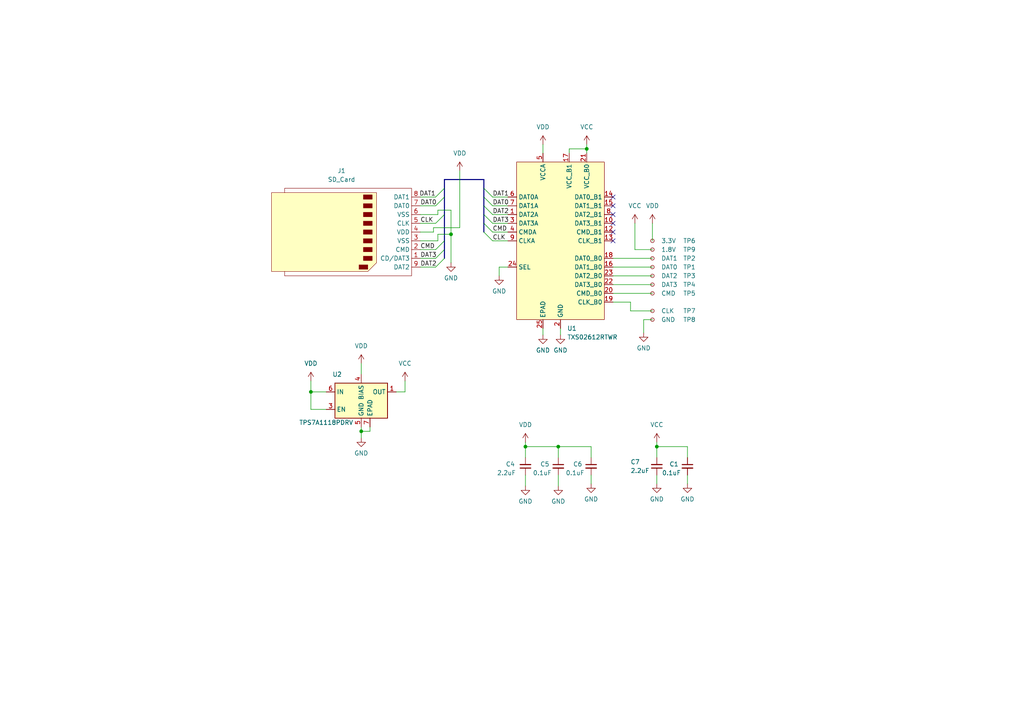
<source format=kicad_sch>
(kicad_sch (version 20230121) (generator eeschema)
  (paper "A4")
  (title_block (title "SeeMMC") (date "2023-07-01") (rev "A") (comment 1 "By: TiZed"))
  (lib_symbols
    (symbol "Connector:SD_Card"
      (property "Reference" "J" (at -16.51 13.97 0))
      (property "Value" "SD_Card" (at 15.24 -13.97 0))
      (symbol "SD_Card_1_1"
        (rectangle (start -8.89 -9.525) (end -6.35 -10.795) (stroke (width 0.127)) (fill (type color) (color 132 0 0 1)))
        (rectangle (start -8.89 -6.985) (end -6.35 -8.255) (stroke (width 0.127)) (fill (type color) (color 132 0 0 1)))
        (rectangle (start -8.89 -4.445) (end -6.35 -5.715) (stroke (width 0.127)) (fill (type color) (color 132 0 0 1)))
        (rectangle (start -8.89 -1.905) (end -6.35 -3.175) (stroke (width 0.127)) (fill (type color) (color 132 0 0 1)))
        (rectangle (start -8.89 0.635) (end -6.35 -0.635) (stroke (width 0.127)) (fill (type color) (color 132 0 0 1)))
        (rectangle (start -8.89 3.175) (end -6.35 1.905) (stroke (width 0.127)) (fill (type color) (color 132 0 0 1)))
        (rectangle (start -8.89 5.715) (end -6.35 4.445) (stroke (width 0.127)) (fill (type color) (color 132 0 0 1)))
        (rectangle (start -8.89 8.255) (end -6.35 6.985) (stroke (width 0.127)) (fill (type color) (color 132 0 0 1)))
        (rectangle (start -7.62 10.795) (end -5.08 9.525) (stroke (width 0.127)) (fill (type color) (color 132 0 0 1)))
        (polyline (pts (xy -10.16 8.89) (xy -7.62 11.43) (xy 20.32 11.43) (xy 20.32 -11.43) (xy -10.16 -11.43) (xy -10.16 8.89)) (stroke (width 0.127)) (fill (type background)))
        (polyline (pts (xy 16.51 11.43) (xy 16.51 12.7) (xy -20.32 12.7) (xy -20.32 -12.7) (xy 16.51 -12.7) (xy 16.51 -11.43)) (stroke (width 0.127)))
        (pin input line (at -22.86 7.62 0) (length 2.54) (name "CD/DAT3") (number "1"))
        (pin input line (at -22.86 5.08 0) (length 2.54) (name "CMD") (number "2"))
        (pin power_in line (at -22.86 2.54 0) (length 2.54) (name "VSS") (number "3"))
        (pin power_in line (at -22.86 0 0) (length 2.54) (name "VDD") (number "4"))
        (pin input line (at -22.86 -2.54 0) (length 2.54) (name "CLK") (number "5"))
        (pin power_in line (at -22.86 -5.08 0) (length 2.54) (name "VSS") (number "6"))
        (pin input line (at -22.86 -7.62 0) (length 2.54) (name "DAT0") (number "7"))
        (pin input line (at -22.86 -10.16 0) (length 2.54) (name "DAT1") (number "8"))
        (pin input line (at -22.86 10.16 0) (length 2.54) (name "DAT2") (number "9"))
      )
    )
    (symbol "Connector:TestPoint_Small" (pin_numbers hide) (pin_names (offset 0.762) hide)
      (property "Reference" "TP" (at 0 3.81 0))
      (property "Value" "TestPoint_Small" (at 0 2.032 0))
      (symbol "TestPoint_Small_0_1"
        (circle (center 0 0) (radius 0.508))
      )
      (symbol "TestPoint_Small_1_1"
        (pin passive line (at 0 0 90) (length 0) (name "1") (number "1"))
      )
    )
    (symbol "Device:C_Small" (pin_numbers hide) (pin_names (offset 0.254) hide)
      (property "Reference" "C" (at 0.254 1.778 0))
      (property "Value" "C_Small" (at 0.254 -2.032 0))
      (symbol "C_Small_0_1"
        (polyline (pts (xy -1.524 -0.508) (xy 1.524 -0.508)) (stroke (width 0.3302)))
        (polyline (pts (xy -1.524 0.508) (xy 1.524 0.508)) (stroke (width 0.3048)))
      )
      (symbol "C_Small_1_1"
        (pin passive line (at 0 2.54 270) (length 2.032) (name "~") (number "1"))
        (pin passive line (at 0 -2.54 90) (length 2.032) (name "~") (number "2"))
      )
    )
    (symbol "Logic_LevelTranslator:TXS02612RTWR"
      (property "Reference" "U" (at -11.43 24.13 0))
      (property "Value" "TXS02612RTWR" (at 8.89 -24.13 0))
      (symbol "TXS02612RTWR_1_1"
        (rectangle (start -12.7 22.86) (end 12.7 -22.86) (fill (type background)))
        (pin bidirectional line (at -15.24 7.62 0) (length 2.54) (name "DAT2A") (number "1"))
        (pin bidirectional line (at 15.24 5.08 180) (length 2.54) (name "DAT3_B1") (number "10"))
        (pin passive line (at 0 -25.4 90) (length 2.54) hide (name "GND") (number "11"))
        (pin bidirectional line (at 15.24 2.54 180) (length 2.54) (name "CMD_B1") (number "12"))
        (pin output line (at 15.24 0 180) (length 2.54) (name "CLK_B1") (number "13"))
        (pin bidirectional line (at 15.24 12.7 180) (length 2.54) (name "DAT0_B1") (number "14"))
        (pin bidirectional line (at 15.24 10.16 180) (length 2.54) (name "DAT1_B1") (number "15"))
        (pin bidirectional line (at 15.24 -7.62 180) (length 2.54) (name "DAT1_B0") (number "16"))
        (pin power_in line (at 2.54 25.4 270) (length 2.54) (name "VCC_B1") (number "17"))
        (pin bidirectional line (at 15.24 -5.08 180) (length 2.54) (name "DAT0_B0") (number "18"))
        (pin output line (at 15.24 -17.78 180) (length 2.54) (name "CLK_B0") (number "19"))
        (pin power_in line (at 0 -25.4 90) (length 2.54) (name "GND") (number "2"))
        (pin bidirectional line (at 15.24 -15.24 180) (length 2.54) (name "CMD_B0") (number "20"))
        (pin power_in line (at 7.62 25.4 270) (length 2.54) (name "VCC_B0") (number "21"))
        (pin bidirectional line (at 15.24 -12.7 180) (length 2.54) (name "DAT3_B0") (number "22"))
        (pin bidirectional line (at 15.24 -10.16 180) (length 2.54) (name "DAT2_B0") (number "23"))
        (pin input line (at -15.24 -7.62 0) (length 2.54) (name "SEL") (number "24"))
        (pin passive line (at -5.08 -25.4 90) (length 2.54) (name "EPAD") (number "25"))
        (pin bidirectional line (at -15.24 5.08 0) (length 2.54) (name "DAT3A") (number "3"))
        (pin bidirectional line (at -15.24 2.54 0) (length 2.54) (name "CMDA") (number "4"))
        (pin power_in line (at -5.08 25.4 270) (length 2.54) (name "VCCA") (number "5"))
        (pin bidirectional line (at -15.24 12.7 0) (length 2.54) (name "DAT0A") (number "6"))
        (pin bidirectional line (at -15.24 10.16 0) (length 2.54) (name "DAT1A") (number "7"))
        (pin bidirectional line (at 15.24 7.62 180) (length 2.54) (name "DAT2_B1") (number "8"))
        (pin input line (at -15.24 0 0) (length 2.54) (name "CLKA") (number "9"))
      )
    )
    (symbol "Regulator_Linear:TPS7A1118PDRV"
      (property "Reference" "U" (at -7.62 8.89 0))
      (property "Value" "TPS7A1118PDRV" (at 5.08 8.89 0))
      (symbol "TPS7A1118PDRV_0_1"
        (rectangle (start -7.62 5.08) (end 7.62 -5.08) (stroke (width 0.254)) (fill (type background)))
      )
      (symbol "TPS7A1118PDRV_1_1"
        (pin power_out line (at 10.16 2.54 180) (length 2.54) (name "OUT") (number "1"))
        (pin no_connect line (at 10.16 -2.54 180) (length 2.54) hide (name "NC") (number "2"))
        (pin input line (at -10.16 -2.54 0) (length 2.54) (name "EN") (number "3"))
        (pin input line (at 0 7.62 270) (length 2.54) (name "BIAS") (number "4"))
        (pin power_in line (at 0 -7.62 90) (length 2.54) (name "GND") (number "5"))
        (pin power_in line (at -10.16 2.54 0) (length 2.54) (name "IN") (number "6"))
        (pin passive line (at 2.54 -7.62 90) (length 2.54) (name "EPAD") (number "7"))
      )
    )
    (symbol "power:GND" (power) (pin_names (offset 0))
      (property "Value" "GND" (at 0 -3.81 0))
      (symbol "GND_0_1"
        (polyline (pts (xy 0 0) (xy 0 -1.27) (xy 1.27 -1.27) (xy 0 -2.54) (xy -1.27 -1.27) (xy 0 -1.27)))
      )
      (symbol "GND_1_1"
        (pin power_in line (at 0 0 270) (length 0) hide (name "GND") (number "1"))
      )
    )
    (symbol "power:VCC" (power) (pin_names (offset 0))
      (property "Value" "VCC" (at 0 3.81 0))
      (symbol "VCC_0_1"
        (polyline (pts (xy -0.762 1.27) (xy 0 2.54)))
        (polyline (pts (xy 0 0) (xy 0 2.54)))
        (polyline (pts (xy 0 2.54) (xy 0.762 1.27)))
      )
      (symbol "VCC_1_1"
        (pin power_in line (at 0 0 90) (length 0) hide (name "VCC") (number "1"))
      )
    )
    (symbol "power:VDD" (power) (pin_names (offset 0))
      (property "Value" "VDD" (at 0 3.81 0))
      (symbol "VDD_0_1"
        (polyline (pts (xy -0.762 1.27) (xy 0 2.54)))
        (polyline (pts (xy 0 0) (xy 0 2.54)))
        (polyline (pts (xy 0 2.54) (xy 0.762 1.27)))
      )
      (symbol "VDD_1_1"
        (pin power_in line (at 0 0 90) (length 0) hide (name "VDD") (number "1"))
      )
    )
  )
  (junction (at 161.925 129.54))
  (junction (at 170.18 43.18))
  (junction (at 90.17 113.665))
  (junction (at 130.81 67.945))
  (junction (at 152.4 129.54))
  (junction (at 190.5 129.54))
  (junction (at 104.775 125.095))
  (no_connect (at 177.8 57.15))
  (no_connect (at 177.8 67.31))
  (no_connect (at 177.8 69.85))
  (no_connect (at 177.8 62.23))
  (no_connect (at 177.8 64.77))
  (no_connect (at 177.8 59.69))
  (bus_entry (at 140.335 57.15) (size 2.54 2.54))
  (bus_entry (at 126.365 74.93) (size 2.54 -2.54))
  (bus_entry (at 126.365 57.15) (size 2.54 -2.54))
  (bus_entry (at 126.365 64.77) (size 2.54 -2.54))
  (bus_entry (at 126.365 59.69) (size 2.54 -2.54))
  (bus_entry (at 140.335 67.31) (size 2.54 2.54))
  (bus_entry (at 126.365 77.47) (size 2.54 -2.54))
  (bus_entry (at 126.365 72.39) (size 2.54 -2.54))
  (bus_entry (at 140.335 59.69) (size 2.54 2.54))
  (bus_entry (at 140.335 54.61) (size 2.54 2.54))
  (bus_entry (at 140.335 62.23) (size 2.54 2.54))
  (bus_entry (at 140.335 64.77) (size 2.54 2.54))
  (wire (pts (xy 127 69.85) (xy 127 67.945)))
  (wire (pts (xy 190.5 129.54) (xy 199.39 129.54)))
  (bus (pts (xy 140.335 52.07) (xy 140.335 54.61)))
  (wire (pts (xy 186.69 92.71) (xy 186.69 96.52)))
  (wire (pts (xy 161.925 129.54) (xy 152.4 129.54)))
  (wire (pts (xy 144.78 77.47) (xy 147.32 77.47)))
  (wire (pts (xy 165.1 43.18) (xy 165.1 44.45)))
  (wire (pts (xy 190.5 128.27) (xy 190.5 129.54)))
  (wire (pts (xy 190.5 129.54) (xy 190.5 132.715)))
  (wire (pts (xy 177.8 87.63) (xy 182.88 87.63)))
  (wire (pts (xy 142.875 59.69) (xy 147.32 59.69)))
  (wire (pts (xy 121.92 74.93) (xy 126.365 74.93)))
  (wire (pts (xy 142.875 62.23) (xy 147.32 62.23)))
  (wire (pts (xy 107.315 123.825) (xy 107.315 125.095)))
  (wire (pts (xy 189.23 64.77) (xy 189.23 69.85)))
  (wire (pts (xy 161.925 129.54) (xy 171.45 129.54)))
  (bus (pts (xy 140.335 52.07) (xy 128.905 52.07)))
  (wire (pts (xy 125.73 66.04) (xy 133.35 66.04)))
  (bus (pts (xy 140.335 59.69) (xy 140.335 62.23)))
  (wire (pts (xy 127 62.23) (xy 127 60.96)))
  (wire (pts (xy 184.15 72.39) (xy 189.23 72.39)))
  (wire (pts (xy 182.88 87.63) (xy 182.88 90.17)))
  (wire (pts (xy 121.92 72.39) (xy 126.365 72.39)))
  (wire (pts (xy 121.92 57.15) (xy 126.365 57.15)))
  (wire (pts (xy 130.81 67.945) (xy 130.81 76.2)))
  (bus (pts (xy 128.905 57.15) (xy 128.905 62.23)))
  (wire (pts (xy 117.475 110.49) (xy 117.475 113.665)))
  (wire (pts (xy 121.92 59.69) (xy 126.365 59.69)))
  (wire (pts (xy 199.39 137.795) (xy 199.39 140.335)))
  (wire (pts (xy 177.8 74.93) (xy 189.23 74.93)))
  (wire (pts (xy 104.775 105.41) (xy 104.775 108.585)))
  (bus (pts (xy 128.905 69.85) (xy 128.905 72.39)))
  (bus (pts (xy 140.335 57.15) (xy 140.335 59.69)))
  (wire (pts (xy 170.18 41.91) (xy 170.18 43.18)))
  (wire (pts (xy 90.17 118.745) (xy 94.615 118.745)))
  (wire (pts (xy 107.315 125.095) (xy 104.775 125.095)))
  (wire (pts (xy 121.92 64.77) (xy 126.365 64.77)))
  (wire (pts (xy 133.35 66.04) (xy 133.35 49.53)))
  (wire (pts (xy 121.92 69.85) (xy 127 69.85)))
  (wire (pts (xy 177.8 82.55) (xy 189.23 82.55)))
  (wire (pts (xy 104.775 125.095) (xy 104.775 127)))
  (wire (pts (xy 177.8 77.47) (xy 189.23 77.47)))
  (bus (pts (xy 128.905 72.39) (xy 128.905 74.93)))
  (wire (pts (xy 171.45 137.795) (xy 171.45 140.335)))
  (wire (pts (xy 182.88 90.17) (xy 189.23 90.17)))
  (wire (pts (xy 121.92 62.23) (xy 127 62.23)))
  (bus (pts (xy 128.905 54.61) (xy 128.905 57.15)))
  (wire (pts (xy 199.39 129.54) (xy 199.39 132.715)))
  (wire (pts (xy 157.48 41.91) (xy 157.48 44.45)))
  (wire (pts (xy 121.92 77.47) (xy 126.365 77.47)))
  (wire (pts (xy 152.4 128.27) (xy 152.4 129.54)))
  (bus (pts (xy 140.335 54.61) (xy 140.335 57.15)))
  (wire (pts (xy 152.4 129.54) (xy 152.4 132.715)))
  (wire (pts (xy 184.15 64.77) (xy 184.15 72.39)))
  (wire (pts (xy 125.73 67.31) (xy 125.73 66.04)))
  (wire (pts (xy 127 60.96) (xy 130.81 60.96)))
  (wire (pts (xy 125.73 67.31) (xy 121.92 67.31)))
  (wire (pts (xy 161.925 137.795) (xy 161.925 140.97)))
  (wire (pts (xy 142.875 69.85) (xy 147.32 69.85)))
  (wire (pts (xy 90.17 113.665) (xy 90.17 118.745)))
  (wire (pts (xy 142.875 57.15) (xy 147.32 57.15)))
  (wire (pts (xy 104.775 123.825) (xy 104.775 125.095)))
  (wire (pts (xy 171.45 129.54) (xy 171.45 132.715)))
  (bus (pts (xy 140.335 62.23) (xy 140.335 64.77)))
  (wire (pts (xy 127 67.945) (xy 130.81 67.945)))
  (wire (pts (xy 170.18 43.18) (xy 165.1 43.18)))
  (wire (pts (xy 162.56 95.25) (xy 162.56 97.155)))
  (wire (pts (xy 157.48 95.25) (xy 157.48 97.155)))
  (wire (pts (xy 152.4 137.795) (xy 152.4 140.97)))
  (wire (pts (xy 190.5 137.795) (xy 190.5 140.335)))
  (bus (pts (xy 128.905 62.23) (xy 128.905 69.85)))
  (wire (pts (xy 177.8 80.01) (xy 189.23 80.01)))
  (wire (pts (xy 177.8 85.09) (xy 189.23 85.09)))
  (wire (pts (xy 114.935 113.665) (xy 117.475 113.665)))
  (wire (pts (xy 170.18 43.18) (xy 170.18 44.45)))
  (wire (pts (xy 144.78 80.01) (xy 144.78 77.47)))
  (wire (pts (xy 90.17 113.665) (xy 90.17 110.49)))
  (wire (pts (xy 186.69 92.71) (xy 189.23 92.71)))
  (wire (pts (xy 161.925 132.715) (xy 161.925 129.54)))
  (bus (pts (xy 140.335 64.77) (xy 140.335 67.31)))
  (wire (pts (xy 94.615 113.665) (xy 90.17 113.665)))
  (bus (pts (xy 128.905 52.07) (xy 128.905 54.61)))
  (wire (pts (xy 142.875 67.31) (xy 147.32 67.31)))
  (wire (pts (xy 130.81 60.96) (xy 130.81 67.945)))
  (wire (pts (xy 142.875 64.77) (xy 147.32 64.77)))
  (label "CMD" (at 121.92 72.39 0))
  (label "DAT3" (at 121.92 74.93 0))
  (label "DAT0" (at 142.875 59.69 0))
  (label "DAT0" (at 121.92 59.69 0))
  (label "DAT1" (at 142.875 57.15 0))
  (label "DAT1" (at 126.365 57.15 180))
  (label "DAT3" (at 142.875 64.77 0))
  (label "CLK" (at 121.92 64.77 0))
  (label "CMD" (at 142.875 67.31 0))
  (label "DAT2" (at 142.875 62.23 0))
  (label "CLK" (at 142.875 69.85 0))
  (label "DAT2" (at 121.92 77.47 0))
  (symbol (lib_id "Connector:TestPoint_Small") (at 189.23 82.55 0) (unit 1)
    (property "Reference" "TP4" (at 198.12 82.55 0) (effects (justify left)))
    (property "Value" "DAT3" (at 191.77 82.55 0) (effects (justify left)))
    (property "Footprint" "TestPoint:TestPoint_Pad_D2.0mm" (effects hide))
  )
  (symbol (lib_id "power:VDD") (at 90.17 110.49 0) (unit 1)
    (property "Reference" "#PWR012" (effects hide))
    (property "Value" "VDD" (at 90.17 105.41 0))
  )
  (symbol (lib_id "power:GND") (at 157.48 97.155 0) (unit 1)
    (property "Reference" "#PWR02" (effects hide))
    (property "Value" "GND" (at 157.48 101.6 0))
  )
  (symbol (lib_id "power:GND") (at 144.78 80.01 0) (unit 1)
    (property "Reference" "#PWR09" (effects hide))
    (property "Value" "GND" (at 144.78 84.455 0))
  )
  (symbol (lib_id "Device:C_Small") (at 199.39 135.255 0) (unit 1)
    (property "Reference" "C1" (at 196.85 134.62 0) (effects (justify right)))
    (property "Value" "0.1uF" (at 197.485 137.16 0) (effects (justify right)))
    (property "Footprint" "Capacitor_SMD:C_0402_1005Metric" (effects hide))
  )
  (symbol (lib_id "power:VDD") (at 133.35 49.53 0) (unit 1)
    (property "Reference" "#PWR05" (effects hide))
    (property "Value" "VDD" (at 133.35 44.45 0))
  )
  (symbol (lib_id "Connector:TestPoint_Small") (at 189.23 69.85 0) (unit 1)
    (property "Reference" "TP6" (at 198.12 69.85 0) (effects (justify left)))
    (property "Value" "3.3V" (at 191.77 69.85 0) (effects (justify left)))
    (property "Footprint" "TestPoint:TestPoint_Pad_D2.0mm" (effects hide))
  )
  (symbol (lib_id "power:VCC") (at 184.15 64.77 0) (unit 1)
    (property "Reference" "#PWR06" (effects hide))
    (property "Value" "VCC" (at 184.15 59.69 0))
  )
  (symbol (lib_id "power:GND") (at 161.925 140.97 0) (unit 1)
    (property "Reference" "#PWR014" (effects hide))
    (property "Value" "GND" (at 161.925 145.415 0))
  )
  (symbol (lib_id "Connector:TestPoint_Small") (at 189.23 72.39 0) (unit 1)
    (property "Reference" "TP9" (at 198.12 72.39 0) (effects (justify left)))
    (property "Value" "1.8V" (at 191.77 72.39 0) (effects (justify left)))
    (property "Footprint" "TestPoint:TestPoint_Pad_D2.0mm" (effects hide))
  )
  (symbol (lib_id "power:GND") (at 152.4 140.97 0) (unit 1)
    (property "Reference" "#PWR016" (effects hide))
    (property "Value" "GND" (at 152.4 145.415 0))
  )
  (symbol (lib_id "power:VDD") (at 157.48 41.91 0) (unit 1)
    (property "Reference" "#PWR04" (effects hide))
    (property "Value" "VDD" (at 157.48 36.83 0))
  )
  (symbol (lib_id "power:GND") (at 186.69 96.52 0) (unit 1)
    (property "Reference" "#PWR08" (effects hide))
    (property "Value" "GND" (at 186.69 100.965 0))
  )
  (symbol (lib_id "power:GND") (at 162.56 97.155 0) (unit 1)
    (property "Reference" "#PWR01" (effects hide))
    (property "Value" "GND" (at 162.56 101.6 0))
  )
  (symbol (lib_id "power:GND") (at 171.45 140.335 0) (unit 1)
    (property "Reference" "#PWR015" (effects hide))
    (property "Value" "GND" (at 171.45 144.78 0))
  )
  (symbol (lib_id "power:GND") (at 190.5 140.335 0) (unit 1)
    (property "Reference" "#PWR019" (effects hide))
    (property "Value" "GND" (at 190.5 144.78 0))
  )
  (symbol (lib_id "power:GND") (at 199.39 140.335 0) (unit 1)
    (property "Reference" "#PWR020" (effects hide))
    (property "Value" "GND" (at 199.39 144.78 0))
  )
  (symbol (lib_id "power:VDD") (at 104.775 105.41 0) (unit 1)
    (property "Reference" "#PWR011" (effects hide))
    (property "Value" "VDD" (at 104.775 100.33 0))
  )
  (symbol (lib_id "Connector:TestPoint_Small") (at 189.23 85.09 0) (unit 1)
    (property "Reference" "TP5" (at 198.12 85.09 0) (effects (justify left)))
    (property "Value" "CMD" (at 191.77 85.09 0) (effects (justify left)))
    (property "Footprint" "TestPoint:TestPoint_Pad_D2.0mm" (effects hide))
  )
  (symbol (lib_id "power:VCC") (at 190.5 128.27 0) (unit 1)
    (property "Reference" "#PWR018" (effects hide))
    (property "Value" "VCC" (at 190.5 123.19 0))
  )
  (symbol (lib_id "Device:C_Small") (at 190.5 135.255 180) (unit 1)
    (property "Reference" "C7" (at 182.88 133.985 0) (effects (justify right)))
    (property "Value" "2.2uF" (at 182.88 136.525 0) (effects (justify right)))
    (property "Footprint" "Capacitor_SMD:C_0402_1005Metric" (effects hide))
  )
  (symbol (lib_id "power:VDD") (at 152.4 128.27 0) (unit 1)
    (property "Reference" "#PWR017" (effects hide))
    (property "Value" "VDD" (at 152.4 123.19 0))
  )
  (symbol (lib_id "power:VDD") (at 189.23 64.77 0) (unit 1)
    (property "Reference" "#PWR021" (effects hide))
    (property "Value" "VDD" (at 189.23 59.69 0))
  )
  (symbol (lib_id "power:VCC") (at 117.475 110.49 0) (unit 1)
    (property "Reference" "#PWR013" (effects hide))
    (property "Value" "VCC" (at 117.475 105.41 0))
  )
  (symbol (lib_id "Device:C_Small") (at 161.925 135.255 0) (unit 1)
    (property "Reference" "C5" (at 159.385 134.62 0) (effects (justify right)))
    (property "Value" "0.1uF" (at 160.02 137.16 0) (effects (justify right)))
    (property "Footprint" "Capacitor_SMD:C_0402_1005Metric" (effects hide))
  )
  (symbol (lib_id "power:VCC") (at 170.18 41.91 0) (unit 1)
    (property "Reference" "#PWR07" (effects hide))
    (property "Value" "VCC" (at 170.18 36.83 0))
  )
  (symbol (lib_id "Logic_LevelTranslator:TXS02612RTWR") (at 162.56 69.85 0) (unit 1)
    (property "Reference" "U1" (at 164.5159 95.25 0) (effects (justify left)))
    (property "Value" "TXS02612RTWR" (at 164.5159 97.79 0) (effects (justify left)))
    (property "Footprint" "Package_DFN_QFN:WQFN-24-1EP_4x4mm_P0.5mm_EP2.45x2.45mm_ThermalVias" (effects hide))
    (property "Datasheet" "https://www.ti.com/lit/gpn/TXS02612" (effects hide))
  )
  (symbol (lib_id "Connector:SD_Card") (at 99.06 67.31 180) (unit 1)
    (property "Reference" "J1" (at 99.06 49.53 0))
    (property "Value" "SD_Card" (at 99.06 52.07 0))
    (property "Footprint" "Connector_Card:SD_Card_Layout" (effects hide))
    (property "Datasheet" "https://www.convict.lu/pdf/ProdManualSDCardv1.9.pdf" (effects hide))
  )
  (symbol (lib_id "Connector:TestPoint_Small") (at 189.23 80.01 0) (unit 1)
    (property "Reference" "TP3" (at 198.12 80.01 0) (effects (justify left)))
    (property "Value" "DAT2" (at 191.77 80.01 0) (effects (justify left)))
    (property "Footprint" "TestPoint:TestPoint_Pad_D2.0mm" (effects hide))
  )
  (symbol (lib_id "Connector:TestPoint_Small") (at 189.23 92.71 0) (unit 1)
    (property "Reference" "TP8" (at 198.12 92.71 0) (effects (justify left)))
    (property "Value" "GND" (at 191.77 92.71 0) (effects (justify left)))
    (property "Footprint" "TestPoint:TestPoint_Pad_D2.0mm" (effects hide))
  )
  (symbol (lib_id "Device:C_Small") (at 152.4 135.255 180) (unit 1)
    (property "Reference" "C4" (at 146.685 134.62 0) (effects (justify right)))
    (property "Value" "2.2uF" (at 144.145 137.16 0) (effects (justify right)))
    (property "Footprint" "Capacitor_SMD:C_0402_1005Metric" (effects hide))
  )
  (symbol (lib_id "Regulator_Linear:TPS7A1118PDRV") (at 104.775 116.205 0) (unit 1)
    (property "Reference" "U2" (at 97.79 108.585 0))
    (property "Value" "TPS7A1118PDRV" (at 94.615 122.555 0))
    (property "Footprint" "Package_SON:WSON-6-1EP_2x2mm_P0.65mm_EP1x1.6mm_ThermalVias" (effects hide))
    (property "Datasheet" "https://www.ti.com/lit/gpn/tps7a11" (effects hide))
  )
  (symbol (lib_id "power:GND") (at 130.81 76.2 0) (unit 1)
    (property "Reference" "#PWR03" (effects hide))
    (property "Value" "GND" (at 130.81 80.645 0))
  )
  (symbol (lib_id "Connector:TestPoint_Small") (at 189.23 77.47 0) (unit 1)
    (property "Reference" "TP1" (at 198.12 77.47 0) (effects (justify left)))
    (property "Value" "DAT0" (at 191.77 77.47 0) (effects (justify left)))
    (property "Footprint" "TestPoint:TestPoint_Pad_D2.0mm" (effects hide))
  )
  (symbol (lib_id "Connector:TestPoint_Small") (at 189.23 90.17 0) (unit 1)
    (property "Reference" "TP7" (at 198.12 90.17 0) (effects (justify left)))
    (property "Value" "CLK" (at 191.77 90.17 0) (effects (justify left)))
    (property "Footprint" "TestPoint:TestPoint_Pad_D2.0mm" (effects hide))
  )
  (symbol (lib_id "Connector:TestPoint_Small") (at 189.23 74.93 0) (unit 1)
    (property "Reference" "TP2" (at 198.12 74.93 0) (effects (justify left)))
    (property "Value" "DAT1" (at 191.77 74.93 0) (effects (justify left)))
    (property "Footprint" "TestPoint:TestPoint_Pad_D2.0mm" (effects hide))
  )
  (symbol (lib_id "power:GND") (at 104.775 127 0) (unit 1)
    (property "Reference" "#PWR010" (effects hide))
    (property "Value" "GND" (at 104.775 131.445 0))
  )
  (symbol (lib_id "Device:C_Small") (at 171.45 135.255 0) (unit 1)
    (property "Reference" "C6" (at 168.91 134.62 0) (effects (justify right)))
    (property "Value" "0.1uF" (at 169.545 137.16 0) (effects (justify right)))
    (property "Footprint" "Capacitor_SMD:C_0402_1005Metric" (effects hide))
  )
)
</source>
